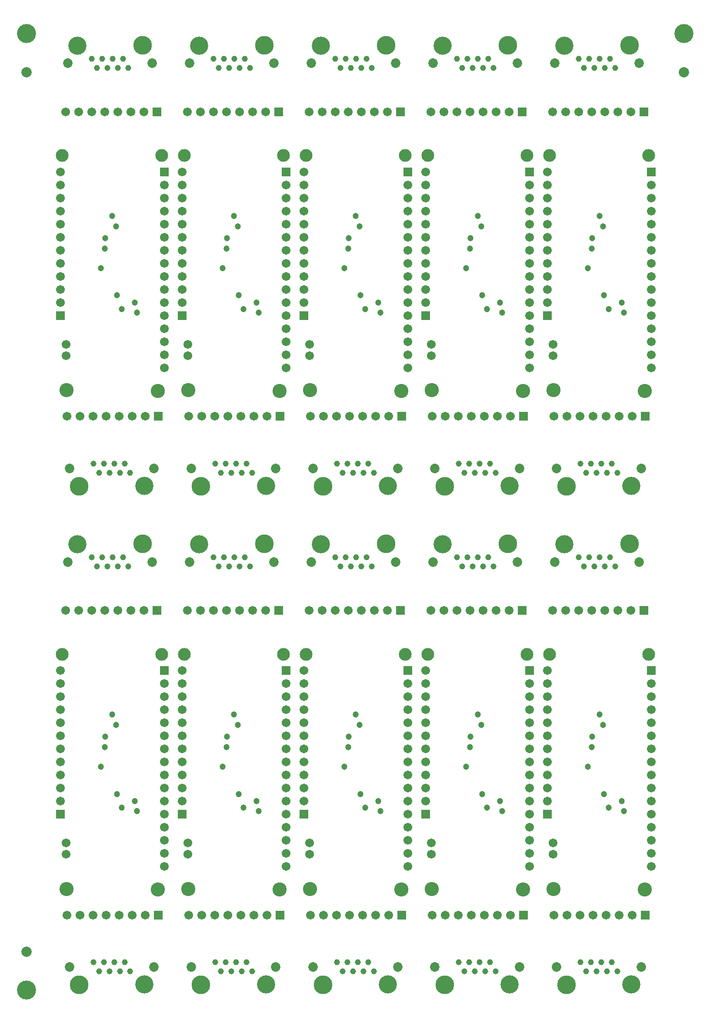
<source format=gbs>
G04*
G04 #@! TF.GenerationSoftware,Altium Limited,Altium Designer,18.1.9 (240)*
G04*
G04 Layer_Color=16711935*
%FSAX25Y25*%
%MOIN*%
G70*
G01*
G75*
%ADD45C,0.14567*%
%ADD67C,0.07874*%
%ADD91R,0.06706X0.06706*%
%ADD93C,0.06706*%
%ADD94C,0.10800*%
%ADD95C,0.09800*%
%ADD96C,0.07296*%
%ADD97C,0.13910*%
%ADD98C,0.14304*%
%ADD99C,0.04619*%
%ADD100R,0.06706X0.06706*%
%ADD101C,0.04737*%
D45*
X1273622Y1025591D02*
D03*
X0769685D02*
D03*
Y0293307D02*
D03*
D67*
X1273622Y0996063D02*
D03*
X0769685D02*
D03*
Y0322835D02*
D03*
D91*
X1248760Y0538035D02*
D03*
X1169158Y0428035D02*
D03*
X1248760Y0919810D02*
D03*
X1169158Y0809810D02*
D03*
X1155410Y0538035D02*
D03*
X1075808Y0428035D02*
D03*
X1155410Y0919810D02*
D03*
X1075808Y0809810D02*
D03*
X1062061Y0538035D02*
D03*
X0982459Y0428035D02*
D03*
X1062061Y0919810D02*
D03*
X0982459Y0809810D02*
D03*
X0968711Y0538035D02*
D03*
X0889109Y0428035D02*
D03*
X0968711Y0919810D02*
D03*
X0889109Y0809810D02*
D03*
X0875362Y0538035D02*
D03*
X0795760Y0428035D02*
D03*
X0875362Y0919810D02*
D03*
X0795760Y0809810D02*
D03*
D93*
X1173567Y0397366D02*
D03*
Y0406028D02*
D03*
X1173055Y0583941D02*
D03*
X1183055D02*
D03*
X1193055D02*
D03*
X1203055D02*
D03*
X1213055D02*
D03*
X1223055D02*
D03*
X1233055D02*
D03*
X1174079Y0350831D02*
D03*
X1184079D02*
D03*
X1194079D02*
D03*
X1204079D02*
D03*
X1214079D02*
D03*
X1224079D02*
D03*
X1234079D02*
D03*
X1248760Y0388035D02*
D03*
Y0398035D02*
D03*
Y0408035D02*
D03*
Y0418035D02*
D03*
Y0428035D02*
D03*
Y0438035D02*
D03*
Y0448035D02*
D03*
Y0458035D02*
D03*
Y0468035D02*
D03*
Y0478035D02*
D03*
Y0488035D02*
D03*
Y0498035D02*
D03*
Y0508035D02*
D03*
Y0518035D02*
D03*
Y0528035D02*
D03*
X1169158Y0438035D02*
D03*
Y0448035D02*
D03*
Y0458035D02*
D03*
Y0468035D02*
D03*
Y0478035D02*
D03*
Y0488035D02*
D03*
Y0498035D02*
D03*
Y0508035D02*
D03*
Y0518035D02*
D03*
Y0528035D02*
D03*
Y0538035D02*
D03*
X1173567Y0779141D02*
D03*
Y0787802D02*
D03*
X1173055Y0965716D02*
D03*
X1183055D02*
D03*
X1193055D02*
D03*
X1203055D02*
D03*
X1213055D02*
D03*
X1223055D02*
D03*
X1233055D02*
D03*
X1174079Y0732605D02*
D03*
X1184079D02*
D03*
X1194079D02*
D03*
X1204079D02*
D03*
X1214079D02*
D03*
X1224079D02*
D03*
X1234079D02*
D03*
X1248760Y0769810D02*
D03*
Y0779810D02*
D03*
Y0789810D02*
D03*
Y0799810D02*
D03*
Y0809810D02*
D03*
Y0819810D02*
D03*
Y0829810D02*
D03*
Y0839810D02*
D03*
Y0849810D02*
D03*
Y0859810D02*
D03*
Y0869810D02*
D03*
Y0879810D02*
D03*
Y0889810D02*
D03*
Y0899810D02*
D03*
Y0909810D02*
D03*
X1169158Y0819810D02*
D03*
Y0829810D02*
D03*
Y0839810D02*
D03*
Y0849810D02*
D03*
Y0859810D02*
D03*
Y0869810D02*
D03*
Y0879810D02*
D03*
Y0889810D02*
D03*
Y0899810D02*
D03*
Y0909810D02*
D03*
Y0919810D02*
D03*
X1080217Y0397366D02*
D03*
Y0406028D02*
D03*
X1079706Y0583941D02*
D03*
X1089706D02*
D03*
X1099706D02*
D03*
X1109706D02*
D03*
X1119706D02*
D03*
X1129706D02*
D03*
X1139706D02*
D03*
X1080729Y0350831D02*
D03*
X1090729D02*
D03*
X1100729D02*
D03*
X1110729D02*
D03*
X1120729D02*
D03*
X1130729D02*
D03*
X1140729D02*
D03*
X1155410Y0388035D02*
D03*
Y0398035D02*
D03*
Y0408035D02*
D03*
Y0418035D02*
D03*
Y0428035D02*
D03*
Y0438035D02*
D03*
Y0448035D02*
D03*
Y0458035D02*
D03*
Y0468035D02*
D03*
Y0478035D02*
D03*
Y0488035D02*
D03*
Y0498035D02*
D03*
Y0508035D02*
D03*
Y0518035D02*
D03*
Y0528035D02*
D03*
X1075808Y0438035D02*
D03*
Y0448035D02*
D03*
Y0458035D02*
D03*
Y0468035D02*
D03*
Y0478035D02*
D03*
Y0488035D02*
D03*
Y0498035D02*
D03*
Y0508035D02*
D03*
Y0518035D02*
D03*
Y0528035D02*
D03*
Y0538035D02*
D03*
X1080217Y0779141D02*
D03*
Y0787802D02*
D03*
X1079706Y0965716D02*
D03*
X1089706D02*
D03*
X1099706D02*
D03*
X1109706D02*
D03*
X1119706D02*
D03*
X1129706D02*
D03*
X1139706D02*
D03*
X1080729Y0732605D02*
D03*
X1090729D02*
D03*
X1100729D02*
D03*
X1110729D02*
D03*
X1120729D02*
D03*
X1130729D02*
D03*
X1140729D02*
D03*
X1155410Y0769810D02*
D03*
Y0779810D02*
D03*
Y0789810D02*
D03*
Y0799810D02*
D03*
Y0809810D02*
D03*
Y0819810D02*
D03*
Y0829810D02*
D03*
Y0839810D02*
D03*
Y0849810D02*
D03*
Y0859810D02*
D03*
Y0869810D02*
D03*
Y0879810D02*
D03*
Y0889810D02*
D03*
Y0899810D02*
D03*
Y0909810D02*
D03*
X1075808Y0819810D02*
D03*
Y0829810D02*
D03*
Y0839810D02*
D03*
Y0849810D02*
D03*
Y0859810D02*
D03*
Y0869810D02*
D03*
Y0879810D02*
D03*
Y0889810D02*
D03*
Y0899810D02*
D03*
Y0909810D02*
D03*
Y0919810D02*
D03*
X0986868Y0397366D02*
D03*
Y0406028D02*
D03*
X0986356Y0583941D02*
D03*
X0996356D02*
D03*
X1006356D02*
D03*
X1016356D02*
D03*
X1026356D02*
D03*
X1036356D02*
D03*
X1046356D02*
D03*
X0987380Y0350831D02*
D03*
X0997380D02*
D03*
X1007380D02*
D03*
X1017380D02*
D03*
X1027380D02*
D03*
X1037380D02*
D03*
X1047380D02*
D03*
X1062061Y0388035D02*
D03*
Y0398035D02*
D03*
Y0408035D02*
D03*
Y0418035D02*
D03*
Y0428035D02*
D03*
Y0438035D02*
D03*
Y0448035D02*
D03*
Y0458035D02*
D03*
Y0468035D02*
D03*
Y0478035D02*
D03*
Y0488035D02*
D03*
Y0498035D02*
D03*
Y0508035D02*
D03*
Y0518035D02*
D03*
Y0528035D02*
D03*
X0982459Y0438035D02*
D03*
Y0448035D02*
D03*
Y0458035D02*
D03*
Y0468035D02*
D03*
Y0478035D02*
D03*
Y0488035D02*
D03*
Y0498035D02*
D03*
Y0508035D02*
D03*
Y0518035D02*
D03*
Y0528035D02*
D03*
Y0538035D02*
D03*
X0986868Y0779141D02*
D03*
Y0787802D02*
D03*
X0986356Y0965716D02*
D03*
X0996356D02*
D03*
X1006356D02*
D03*
X1016356D02*
D03*
X1026356D02*
D03*
X1036356D02*
D03*
X1046356D02*
D03*
X0987380Y0732605D02*
D03*
X0997380D02*
D03*
X1007380D02*
D03*
X1017380D02*
D03*
X1027380D02*
D03*
X1037380D02*
D03*
X1047380D02*
D03*
X1062061Y0769810D02*
D03*
Y0779810D02*
D03*
Y0789810D02*
D03*
Y0799810D02*
D03*
Y0809810D02*
D03*
Y0819810D02*
D03*
Y0829810D02*
D03*
Y0839810D02*
D03*
Y0849810D02*
D03*
Y0859810D02*
D03*
Y0869810D02*
D03*
Y0879810D02*
D03*
Y0889810D02*
D03*
Y0899810D02*
D03*
Y0909810D02*
D03*
X0982459Y0819810D02*
D03*
Y0829810D02*
D03*
Y0839810D02*
D03*
Y0849810D02*
D03*
Y0859810D02*
D03*
Y0869810D02*
D03*
Y0879810D02*
D03*
Y0889810D02*
D03*
Y0899810D02*
D03*
Y0909810D02*
D03*
Y0919810D02*
D03*
X0893519Y0397366D02*
D03*
Y0406028D02*
D03*
X0893007Y0583941D02*
D03*
X0903007D02*
D03*
X0913007D02*
D03*
X0923007D02*
D03*
X0933007D02*
D03*
X0943007D02*
D03*
X0953007D02*
D03*
X0894030Y0350831D02*
D03*
X0904030D02*
D03*
X0914030D02*
D03*
X0924030D02*
D03*
X0934030D02*
D03*
X0944030D02*
D03*
X0954030D02*
D03*
X0968711Y0388035D02*
D03*
Y0398035D02*
D03*
Y0408035D02*
D03*
Y0418035D02*
D03*
Y0428035D02*
D03*
Y0438035D02*
D03*
Y0448035D02*
D03*
Y0458035D02*
D03*
Y0468035D02*
D03*
Y0478035D02*
D03*
Y0488035D02*
D03*
Y0498035D02*
D03*
Y0508035D02*
D03*
Y0518035D02*
D03*
Y0528035D02*
D03*
X0889109Y0438035D02*
D03*
Y0448035D02*
D03*
Y0458035D02*
D03*
Y0468035D02*
D03*
Y0478035D02*
D03*
Y0488035D02*
D03*
Y0498035D02*
D03*
Y0508035D02*
D03*
Y0518035D02*
D03*
Y0528035D02*
D03*
Y0538035D02*
D03*
X0893519Y0779141D02*
D03*
Y0787802D02*
D03*
X0893007Y0965716D02*
D03*
X0903007D02*
D03*
X0913007D02*
D03*
X0923007D02*
D03*
X0933007D02*
D03*
X0943007D02*
D03*
X0953007D02*
D03*
X0894030Y0732605D02*
D03*
X0904030D02*
D03*
X0914030D02*
D03*
X0924030D02*
D03*
X0934030D02*
D03*
X0944030D02*
D03*
X0954030D02*
D03*
X0968711Y0769810D02*
D03*
Y0779810D02*
D03*
Y0789810D02*
D03*
Y0799810D02*
D03*
Y0809810D02*
D03*
Y0819810D02*
D03*
Y0829810D02*
D03*
Y0839810D02*
D03*
Y0849810D02*
D03*
Y0859810D02*
D03*
Y0869810D02*
D03*
Y0879810D02*
D03*
Y0889810D02*
D03*
Y0899810D02*
D03*
Y0909810D02*
D03*
X0889109Y0819810D02*
D03*
Y0829810D02*
D03*
Y0839810D02*
D03*
Y0849810D02*
D03*
Y0859810D02*
D03*
Y0869810D02*
D03*
Y0879810D02*
D03*
Y0889810D02*
D03*
Y0899810D02*
D03*
Y0909810D02*
D03*
Y0919810D02*
D03*
X0800169Y0397366D02*
D03*
Y0406028D02*
D03*
X0799657Y0583941D02*
D03*
X0809657D02*
D03*
X0819657D02*
D03*
X0829657D02*
D03*
X0839657D02*
D03*
X0849657D02*
D03*
X0859657D02*
D03*
X0800681Y0350831D02*
D03*
X0810681D02*
D03*
X0820681D02*
D03*
X0830681D02*
D03*
X0840681D02*
D03*
X0850681D02*
D03*
X0860681D02*
D03*
X0875362Y0388035D02*
D03*
Y0398035D02*
D03*
Y0408035D02*
D03*
Y0418035D02*
D03*
Y0428035D02*
D03*
Y0438035D02*
D03*
Y0448035D02*
D03*
Y0458035D02*
D03*
Y0468035D02*
D03*
Y0478035D02*
D03*
Y0488035D02*
D03*
Y0498035D02*
D03*
Y0508035D02*
D03*
Y0518035D02*
D03*
Y0528035D02*
D03*
X0795760Y0438035D02*
D03*
Y0448035D02*
D03*
Y0458035D02*
D03*
Y0468035D02*
D03*
Y0478035D02*
D03*
Y0488035D02*
D03*
Y0498035D02*
D03*
Y0508035D02*
D03*
Y0518035D02*
D03*
Y0528035D02*
D03*
Y0538035D02*
D03*
X0800169Y0779141D02*
D03*
Y0787802D02*
D03*
X0799657Y0965716D02*
D03*
X0809657D02*
D03*
X0819657D02*
D03*
X0829657D02*
D03*
X0839657D02*
D03*
X0849657D02*
D03*
X0859657D02*
D03*
X0800681Y0732605D02*
D03*
X0810681D02*
D03*
X0820681D02*
D03*
X0830681D02*
D03*
X0840681D02*
D03*
X0850681D02*
D03*
X0860681D02*
D03*
X0875362Y0769810D02*
D03*
Y0779810D02*
D03*
Y0789810D02*
D03*
Y0799810D02*
D03*
Y0809810D02*
D03*
Y0819810D02*
D03*
Y0829810D02*
D03*
Y0839810D02*
D03*
Y0849810D02*
D03*
Y0859810D02*
D03*
Y0869810D02*
D03*
Y0879810D02*
D03*
Y0889810D02*
D03*
Y0899810D02*
D03*
Y0909810D02*
D03*
X0795760Y0819810D02*
D03*
Y0829810D02*
D03*
Y0839810D02*
D03*
Y0849810D02*
D03*
Y0859810D02*
D03*
Y0869810D02*
D03*
Y0879810D02*
D03*
Y0889810D02*
D03*
Y0899810D02*
D03*
Y0909810D02*
D03*
Y0919810D02*
D03*
D94*
X1173685Y0370752D02*
D03*
X1243764Y0370358D02*
D03*
X1173685Y0752527D02*
D03*
X1243764Y0752133D02*
D03*
X1080336Y0370752D02*
D03*
X1150414Y0370358D02*
D03*
X1080336Y0752527D02*
D03*
X1150414Y0752133D02*
D03*
X0986986Y0370752D02*
D03*
X1057065Y0370358D02*
D03*
X0986986Y0752527D02*
D03*
X1057065Y0752133D02*
D03*
X0893637Y0370752D02*
D03*
X0963715Y0370358D02*
D03*
X0893637Y0752527D02*
D03*
X0963715Y0752133D02*
D03*
X0800287Y0370752D02*
D03*
X0870366Y0370358D02*
D03*
X0800287Y0752527D02*
D03*
X0870366Y0752133D02*
D03*
D95*
X1246913Y0550516D02*
D03*
X1170654D02*
D03*
X1246913Y0932290D02*
D03*
X1170654D02*
D03*
X1153564Y0550516D02*
D03*
X1077304D02*
D03*
X1153564Y0932290D02*
D03*
X1077304D02*
D03*
X1060215Y0550516D02*
D03*
X0983955D02*
D03*
X1060215Y0932290D02*
D03*
X0983955D02*
D03*
X0966865Y0550516D02*
D03*
X0890605D02*
D03*
X0966865Y0932290D02*
D03*
X0890605D02*
D03*
X0873516Y0550516D02*
D03*
X0797256D02*
D03*
X0873516Y0932290D02*
D03*
X0797256D02*
D03*
D96*
X1174748Y0621106D02*
D03*
X1239551D02*
D03*
X1240969Y0311028D02*
D03*
X1176165D02*
D03*
X1174748Y1002881D02*
D03*
X1239551D02*
D03*
X1240969Y0692802D02*
D03*
X1176165D02*
D03*
X1081399Y0621106D02*
D03*
X1146202D02*
D03*
X1147619Y0311028D02*
D03*
X1082816D02*
D03*
X1081399Y1002881D02*
D03*
X1146202D02*
D03*
X1147619Y0692802D02*
D03*
X1082816D02*
D03*
X0988049Y0621106D02*
D03*
X1052852D02*
D03*
X1054270Y0311028D02*
D03*
X0989466D02*
D03*
X0988049Y1002881D02*
D03*
X1052852D02*
D03*
X1054270Y0692802D02*
D03*
X0989466D02*
D03*
X0894700Y0621106D02*
D03*
X0959503D02*
D03*
X0960920Y0311028D02*
D03*
X0896117D02*
D03*
X0894700Y1002881D02*
D03*
X0959503D02*
D03*
X0960920Y0692802D02*
D03*
X0896117D02*
D03*
X0801350Y0621106D02*
D03*
X0866153D02*
D03*
X0867571Y0311028D02*
D03*
X0802768D02*
D03*
X0801350Y1002881D02*
D03*
X0866153D02*
D03*
X0867571Y0692802D02*
D03*
X0802768D02*
D03*
D97*
X1182228Y0634571D02*
D03*
X1233488Y0297563D02*
D03*
X1182228Y1016346D02*
D03*
X1233488Y0679338D02*
D03*
X1088879Y0634571D02*
D03*
X1140139Y0297563D02*
D03*
X1088879Y1016346D02*
D03*
X1140139Y0679338D02*
D03*
X0995529Y0634571D02*
D03*
X1046789Y0297563D02*
D03*
X0995529Y1016346D02*
D03*
X1046789Y0679338D02*
D03*
X0902180Y0634571D02*
D03*
X0953440Y0297563D02*
D03*
X0902180Y1016346D02*
D03*
X0953440Y0679338D02*
D03*
X0808831Y0634571D02*
D03*
X0860090Y0297563D02*
D03*
X0808831Y1016346D02*
D03*
X0860090Y0679338D02*
D03*
D98*
X1232071Y0634886D02*
D03*
X1183646Y0297248D02*
D03*
X1232071Y1016660D02*
D03*
X1183646Y0679023D02*
D03*
X1138721Y0634886D02*
D03*
X1090296Y0297248D02*
D03*
X1138721Y1016660D02*
D03*
X1090296Y0679023D02*
D03*
X1045372Y0634886D02*
D03*
X0996947Y0297248D02*
D03*
X1045372Y1016660D02*
D03*
X0996947Y0679023D02*
D03*
X0952022Y0634886D02*
D03*
X0903597Y0297248D02*
D03*
X0952022Y1016660D02*
D03*
X0903597Y0679023D02*
D03*
X0858673Y0634886D02*
D03*
X0810248Y0297248D02*
D03*
X0858673Y1016660D02*
D03*
X0810248Y0679023D02*
D03*
D99*
X1197268Y0617602D02*
D03*
X1205260Y0617563D02*
D03*
X1213252D02*
D03*
X1221244D02*
D03*
X1193055Y0624610D02*
D03*
X1201047D02*
D03*
X1209039D02*
D03*
X1217031D02*
D03*
X1218449Y0314531D02*
D03*
X1210457Y0314571D02*
D03*
X1202465D02*
D03*
X1194473D02*
D03*
X1222661Y0307524D02*
D03*
X1214669D02*
D03*
X1206677D02*
D03*
X1198685D02*
D03*
X1197268Y0999377D02*
D03*
X1205260Y0999338D02*
D03*
X1213252D02*
D03*
X1221244D02*
D03*
X1193055Y1006385D02*
D03*
X1201047D02*
D03*
X1209039D02*
D03*
X1217031D02*
D03*
X1218449Y0696306D02*
D03*
X1210457Y0696346D02*
D03*
X1202465D02*
D03*
X1194473D02*
D03*
X1222661Y0689298D02*
D03*
X1214669D02*
D03*
X1206677D02*
D03*
X1198685D02*
D03*
X1103918Y0617602D02*
D03*
X1111910Y0617563D02*
D03*
X1119903D02*
D03*
X1127895D02*
D03*
X1099706Y0624610D02*
D03*
X1107698D02*
D03*
X1115690D02*
D03*
X1123682D02*
D03*
X1125099Y0314531D02*
D03*
X1117107Y0314571D02*
D03*
X1109115D02*
D03*
X1101123D02*
D03*
X1129312Y0307524D02*
D03*
X1121320D02*
D03*
X1113328D02*
D03*
X1105336D02*
D03*
X1103918Y0999377D02*
D03*
X1111910Y0999338D02*
D03*
X1119903D02*
D03*
X1127895D02*
D03*
X1099706Y1006385D02*
D03*
X1107698D02*
D03*
X1115690D02*
D03*
X1123682D02*
D03*
X1125099Y0696306D02*
D03*
X1117107Y0696346D02*
D03*
X1109115D02*
D03*
X1101123D02*
D03*
X1129312Y0689298D02*
D03*
X1121320D02*
D03*
X1113328D02*
D03*
X1105336D02*
D03*
X1010569Y0617602D02*
D03*
X1018561Y0617563D02*
D03*
X1026553D02*
D03*
X1034545D02*
D03*
X1006356Y0624610D02*
D03*
X1014348D02*
D03*
X1022340D02*
D03*
X1030333D02*
D03*
X1031750Y0314531D02*
D03*
X1023758Y0314571D02*
D03*
X1015766D02*
D03*
X1007774D02*
D03*
X1035963Y0307524D02*
D03*
X1027970D02*
D03*
X1019978D02*
D03*
X1011986D02*
D03*
X1010569Y0999377D02*
D03*
X1018561Y0999338D02*
D03*
X1026553D02*
D03*
X1034545D02*
D03*
X1006356Y1006385D02*
D03*
X1014348D02*
D03*
X1022340D02*
D03*
X1030333D02*
D03*
X1031750Y0696306D02*
D03*
X1023758Y0696346D02*
D03*
X1015766D02*
D03*
X1007774D02*
D03*
X1035963Y0689298D02*
D03*
X1027970D02*
D03*
X1019978D02*
D03*
X1011986D02*
D03*
X0917219Y0617602D02*
D03*
X0925212Y0617563D02*
D03*
X0933204D02*
D03*
X0941196D02*
D03*
X0913007Y0624610D02*
D03*
X0920999D02*
D03*
X0928991D02*
D03*
X0936983D02*
D03*
X0938400Y0314531D02*
D03*
X0930408Y0314571D02*
D03*
X0922416D02*
D03*
X0914424D02*
D03*
X0942613Y0307524D02*
D03*
X0934621D02*
D03*
X0926629D02*
D03*
X0918637D02*
D03*
X0917219Y0999377D02*
D03*
X0925212Y0999338D02*
D03*
X0933204D02*
D03*
X0941196D02*
D03*
X0913007Y1006385D02*
D03*
X0920999D02*
D03*
X0928991D02*
D03*
X0936983D02*
D03*
X0938400Y0696306D02*
D03*
X0930408Y0696346D02*
D03*
X0922416D02*
D03*
X0914424D02*
D03*
X0942613Y0689298D02*
D03*
X0934621D02*
D03*
X0926629D02*
D03*
X0918637D02*
D03*
X0823870Y0617602D02*
D03*
X0831862Y0617563D02*
D03*
X0839854D02*
D03*
X0847846D02*
D03*
X0819657Y0624610D02*
D03*
X0827649D02*
D03*
X0835642D02*
D03*
X0843634D02*
D03*
X0845051Y0314531D02*
D03*
X0837059Y0314571D02*
D03*
X0829067D02*
D03*
X0821075D02*
D03*
X0849264Y0307524D02*
D03*
X0841271D02*
D03*
X0833279D02*
D03*
X0825287D02*
D03*
X0823870Y0999377D02*
D03*
X0831862Y0999338D02*
D03*
X0839854D02*
D03*
X0847846D02*
D03*
X0819657Y1006385D02*
D03*
X0827649D02*
D03*
X0835642D02*
D03*
X0843634D02*
D03*
X0845051Y0696306D02*
D03*
X0837059Y0696346D02*
D03*
X0829067D02*
D03*
X0821075D02*
D03*
X0849264Y0689298D02*
D03*
X0841271D02*
D03*
X0833279D02*
D03*
X0825287D02*
D03*
D100*
X1243055Y0583941D02*
D03*
X1244079Y0350831D02*
D03*
X1243055Y0965716D02*
D03*
X1244079Y0732605D02*
D03*
X1149706Y0583941D02*
D03*
X1150729Y0350831D02*
D03*
X1149706Y0965716D02*
D03*
X1150729Y0732605D02*
D03*
X1056356Y0583941D02*
D03*
X1057380Y0350831D02*
D03*
X1056356Y0965716D02*
D03*
X1057380Y0732605D02*
D03*
X0963007Y0583941D02*
D03*
X0964030Y0350831D02*
D03*
X0963007Y0965716D02*
D03*
X0964030Y0732605D02*
D03*
X0869657Y0583941D02*
D03*
X0870681Y0350831D02*
D03*
X0869657Y0965716D02*
D03*
X0870681Y0732605D02*
D03*
D101*
X1208961Y0504295D02*
D03*
X1203488Y0487287D02*
D03*
X1203016Y0479216D02*
D03*
X1211717Y0496224D02*
D03*
X1200260Y0464256D02*
D03*
X1227676Y0430201D02*
D03*
X1216047Y0433035D02*
D03*
X1226047Y0438075D02*
D03*
X1212465Y0443508D02*
D03*
X1208961Y0886070D02*
D03*
X1203488Y0869062D02*
D03*
X1203016Y0860991D02*
D03*
X1211717Y0877999D02*
D03*
X1200260Y0846031D02*
D03*
X1227676Y0811975D02*
D03*
X1216047Y0814810D02*
D03*
X1226047Y0819849D02*
D03*
X1212465Y0825282D02*
D03*
X1115611Y0504295D02*
D03*
X1110139Y0487287D02*
D03*
X1109666Y0479216D02*
D03*
X1118367Y0496224D02*
D03*
X1106910Y0464256D02*
D03*
X1134326Y0430201D02*
D03*
X1122698Y0433035D02*
D03*
X1132698Y0438075D02*
D03*
X1119115Y0443508D02*
D03*
X1115611Y0886070D02*
D03*
X1110139Y0869062D02*
D03*
X1109666Y0860991D02*
D03*
X1118367Y0877999D02*
D03*
X1106910Y0846031D02*
D03*
X1134326Y0811975D02*
D03*
X1122698Y0814810D02*
D03*
X1132698Y0819849D02*
D03*
X1119115Y0825282D02*
D03*
X1022262Y0504295D02*
D03*
X1016789Y0487287D02*
D03*
X1016317Y0479216D02*
D03*
X1025018Y0496224D02*
D03*
X1013561Y0464256D02*
D03*
X1040977Y0430201D02*
D03*
X1029348Y0433035D02*
D03*
X1039348Y0438075D02*
D03*
X1025766Y0443508D02*
D03*
X1022262Y0886070D02*
D03*
X1016789Y0869062D02*
D03*
X1016317Y0860991D02*
D03*
X1025018Y0877999D02*
D03*
X1013561Y0846031D02*
D03*
X1040977Y0811975D02*
D03*
X1029348Y0814810D02*
D03*
X1039348Y0819849D02*
D03*
X1025766Y0825282D02*
D03*
X0928912Y0504295D02*
D03*
X0923440Y0487287D02*
D03*
X0922967Y0479216D02*
D03*
X0931668Y0496224D02*
D03*
X0920212Y0464256D02*
D03*
X0947628Y0430201D02*
D03*
X0935999Y0433035D02*
D03*
X0945999Y0438075D02*
D03*
X0932416Y0443508D02*
D03*
X0928912Y0886070D02*
D03*
X0923440Y0869062D02*
D03*
X0922967Y0860991D02*
D03*
X0931668Y0877999D02*
D03*
X0920212Y0846031D02*
D03*
X0947628Y0811975D02*
D03*
X0935999Y0814810D02*
D03*
X0945999Y0819849D02*
D03*
X0932416Y0825282D02*
D03*
X0835563Y0504295D02*
D03*
X0830090Y0487287D02*
D03*
X0829618Y0479216D02*
D03*
X0838319Y0496224D02*
D03*
X0826862Y0464256D02*
D03*
X0854278Y0430201D02*
D03*
X0842649Y0433035D02*
D03*
X0852649Y0438075D02*
D03*
X0839067Y0443508D02*
D03*
X0835563Y0886070D02*
D03*
X0830090Y0869062D02*
D03*
X0829618Y0860991D02*
D03*
X0838319Y0877999D02*
D03*
X0826862Y0846031D02*
D03*
X0854278Y0811975D02*
D03*
X0842649Y0814810D02*
D03*
X0852649Y0819849D02*
D03*
X0839067Y0825282D02*
D03*
M02*

</source>
